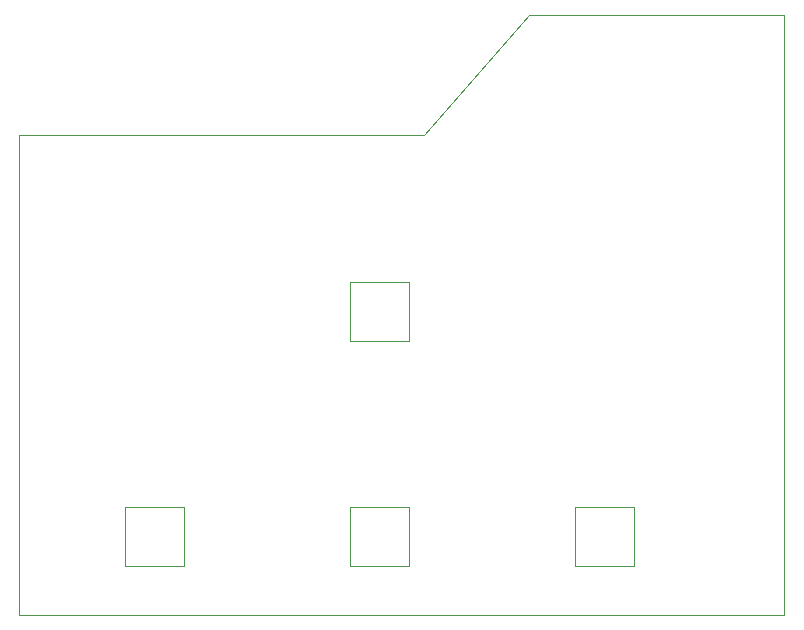
<source format=gbr>
%TF.GenerationSoftware,KiCad,Pcbnew,(5.1.10)-1*%
%TF.CreationDate,2021-11-19T23:24:49+01:00*%
%TF.ProjectId,Labbe,4c616262-652e-46b6-9963-61645f706362,rev?*%
%TF.SameCoordinates,Original*%
%TF.FileFunction,Profile,NP*%
%FSLAX46Y46*%
G04 Gerber Fmt 4.6, Leading zero omitted, Abs format (unit mm)*
G04 Created by KiCad (PCBNEW (5.1.10)-1) date 2021-11-19 23:24:49*
%MOMM*%
%LPD*%
G01*
G04 APERTURE LIST*
%TA.AperFunction,Profile*%
%ADD10C,0.050000*%
%TD*%
%TA.AperFunction,Profile*%
%ADD11C,0.120000*%
%TD*%
G04 APERTURE END LIST*
D10*
X212090000Y-81280000D02*
X195580000Y-81280000D01*
X220980000Y-71120000D02*
X212090000Y-81280000D01*
X242570000Y-71120000D02*
X220980000Y-71120000D01*
X242570000Y-121920000D02*
X242570000Y-71120000D01*
X177800000Y-121920000D02*
X242570000Y-121920000D01*
X177800000Y-81280000D02*
X177800000Y-121920000D01*
X195580000Y-81280000D02*
X177800000Y-81280000D01*
D11*
%TO.C,U1*%
X191730000Y-117790000D02*
X186730000Y-117790000D01*
X191730000Y-112790000D02*
X191730000Y-117790000D01*
X186730000Y-112790000D02*
X191730000Y-112790000D01*
X186730000Y-117790000D02*
X186730000Y-112790000D01*
%TO.C,U2*%
X210780000Y-98740000D02*
X205780000Y-98740000D01*
X210780000Y-93740000D02*
X210780000Y-98740000D01*
X205780000Y-93740000D02*
X210780000Y-93740000D01*
X205780000Y-98740000D02*
X205780000Y-93740000D01*
%TO.C,U3*%
X205780000Y-117790000D02*
X205780000Y-112790000D01*
X205780000Y-112790000D02*
X210780000Y-112790000D01*
X210780000Y-112790000D02*
X210780000Y-117790000D01*
X210780000Y-117790000D02*
X205780000Y-117790000D01*
%TO.C,U5*%
X224830000Y-117790000D02*
X224830000Y-112790000D01*
X224830000Y-112790000D02*
X229830000Y-112790000D01*
X229830000Y-112790000D02*
X229830000Y-117790000D01*
X229830000Y-117790000D02*
X224830000Y-117790000D01*
%TD*%
M02*

</source>
